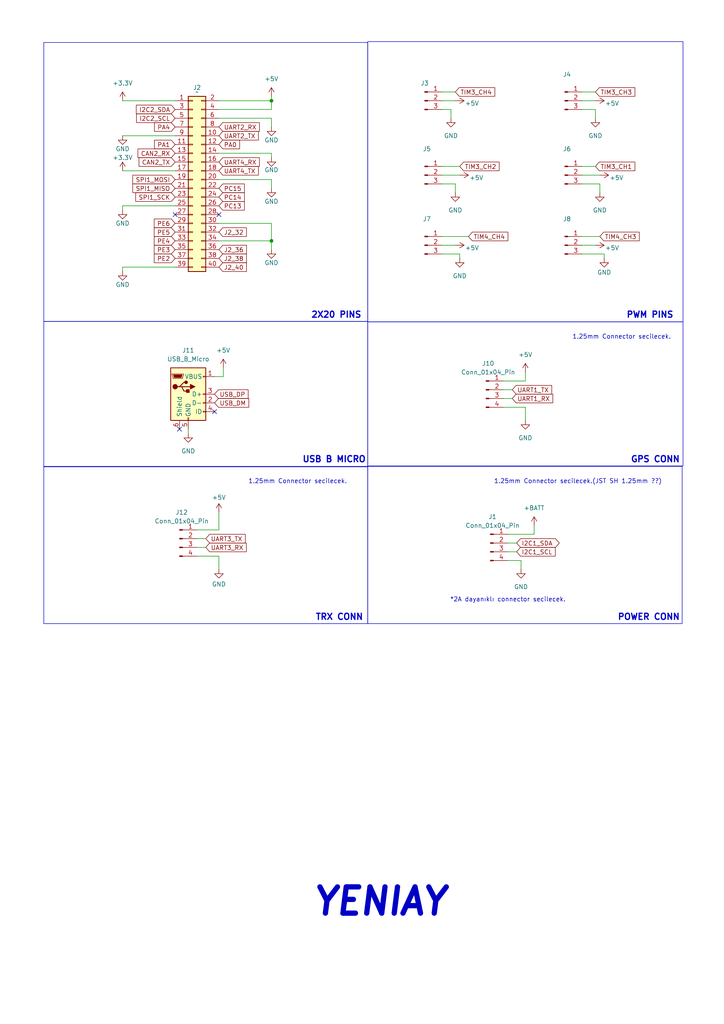
<source format=kicad_sch>
(kicad_sch (version 20231120) (generator "eeschema") (generator_version "8.0")
  (paper "A4" portrait)
  (title_block (title "Pin Output") (date "2024-12-27"))
  (lib_symbols
    (symbol "Connector:Conn_01x03_Pin" (pin_names (offset 1.016) hide)
      (property "Reference" "J" (at 0 5.08 0))
      (property "Value" "Conn_01x03_Pin" (at 0 -5.08 0))
      (symbol "Conn_01x03_Pin_1_1"
        (polyline (pts (xy 1.27 -2.54) (xy 0.8636 -2.54)) (stroke (width 0.1524)))
        (polyline (pts (xy 1.27 0) (xy 0.8636 0)) (stroke (width 0.1524)))
        (polyline (pts (xy 1.27 2.54) (xy 0.8636 2.54)) (stroke (width 0.1524)))
        (rectangle (start 0.8636 -2.413) (end 0 -2.667) (stroke (width 0.1524)) (fill (type outline)))
        (rectangle (start 0.8636 0.127) (end 0 -0.127) (stroke (width 0.1524)) (fill (type outline)))
        (rectangle (start 0.8636 2.667) (end 0 2.413) (stroke (width 0.1524)) (fill (type outline)))
        (pin passive line (at 5.08 2.54 180) (length 3.81) (name "Pin_1") (number "1"))
        (pin passive line (at 5.08 0 180) (length 3.81) (name "Pin_2") (number "2"))
        (pin passive line (at 5.08 -2.54 180) (length 3.81) (name "Pin_3") (number "3"))
      )
    )
    (symbol "Connector:Conn_01x04_Pin" (pin_names (offset 1.016) hide)
      (property "Reference" "J" (at 0 5.08 0))
      (property "Value" "Conn_01x04_Pin" (at 0 -7.62 0))
      (symbol "Conn_01x04_Pin_1_1"
        (polyline (pts (xy 1.27 -5.08) (xy 0.8636 -5.08)) (stroke (width 0.1524)))
        (polyline (pts (xy 1.27 -2.54) (xy 0.8636 -2.54)) (stroke (width 0.1524)))
        (polyline (pts (xy 1.27 0) (xy 0.8636 0)) (stroke (width 0.1524)))
        (polyline (pts (xy 1.27 2.54) (xy 0.8636 2.54)) (stroke (width 0.1524)))
        (rectangle (start 0.8636 -4.953) (end 0 -5.207) (stroke (width 0.1524)) (fill (type outline)))
        (rectangle (start 0.8636 -2.413) (end 0 -2.667) (stroke (width 0.1524)) (fill (type outline)))
        (rectangle (start 0.8636 0.127) (end 0 -0.127) (stroke (width 0.1524)) (fill (type outline)))
        (rectangle (start 0.8636 2.667) (end 0 2.413) (stroke (width 0.1524)) (fill (type outline)))
        (pin passive line (at 5.08 2.54 180) (length 3.81) (name "Pin_1") (number "1"))
        (pin passive line (at 5.08 0 180) (length 3.81) (name "Pin_2") (number "2"))
        (pin passive line (at 5.08 -2.54 180) (length 3.81) (name "Pin_3") (number "3"))
        (pin passive line (at 5.08 -5.08 180) (length 3.81) (name "Pin_4") (number "4"))
      )
    )
    (symbol "Connector:USB_B_Micro" (pin_names (offset 1.016))
      (property "Reference" "J" (at -5.08 11.43 0))
      (property "Value" "USB_B_Micro" (at -5.08 8.89 0))
      (symbol "USB_B_Micro_0_1"
        (rectangle (start -5.08 -7.62) (end 5.08 7.62) (stroke (width 0.254)) (fill (type background)))
        (circle (center -3.81 2.159) (radius 0.635) (stroke (width 0.254)) (fill (type outline)))
        (circle (center -0.635 3.429) (radius 0.381) (stroke (width 0.254)) (fill (type outline)))
        (rectangle (start -0.127 -7.62) (end 0.127 -6.858))
        (polyline (pts (xy -1.905 2.159) (xy 0.635 2.159)) (stroke (width 0.254)))
        (polyline (pts (xy -3.175 2.159) (xy -2.54 2.159) (xy -1.27 3.429) (xy -0.635 3.429)) (stroke (width 0.254)))
        (polyline (pts (xy -2.54 2.159) (xy -1.905 2.159) (xy -1.27 0.889) (xy 0 0.889)) (stroke (width 0.254)))
        (polyline (pts (xy 0.635 2.794) (xy 0.635 1.524) (xy 1.905 2.159) (xy 0.635 2.794)) (stroke (width 0.254)) (fill (type outline)))
        (polyline (pts (xy -4.318 5.588) (xy -1.778 5.588) (xy -2.032 4.826) (xy -4.064 4.826) (xy -4.318 5.588)) (fill (type outline)))
        (polyline (pts (xy -4.699 5.842) (xy -4.699 5.588) (xy -4.445 4.826) (xy -4.445 4.572) (xy -1.651 4.572) (xy -1.651 4.826) (xy -1.397 5.588) (xy -1.397 5.842) (xy -4.699 5.842)))
        (rectangle (start 0.254 1.27) (end -0.508 0.508) (stroke (width 0.254)) (fill (type outline)))
        (rectangle (start 5.08 -5.207) (end 4.318 -4.953))
        (rectangle (start 5.08 -2.667) (end 4.318 -2.413))
        (rectangle (start 5.08 -0.127) (end 4.318 0.127))
        (rectangle (start 5.08 4.953) (end 4.318 5.207))
      )
      (symbol "USB_B_Micro_1_1"
        (pin power_out line (at 7.62 5.08 180) (length 2.54) (name "VBUS") (number "1"))
        (pin bidirectional line (at 7.62 -2.54 180) (length 2.54) (name "D-") (number "2"))
        (pin bidirectional line (at 7.62 0 180) (length 2.54) (name "D+") (number "3"))
        (pin passive line (at 7.62 -5.08 180) (length 2.54) (name "ID") (number "4"))
        (pin power_out line (at 0 -10.16 90) (length 2.54) (name "GND") (number "5"))
        (pin passive line (at -2.54 -10.16 90) (length 2.54) (name "Shield") (number "6"))
      )
    )
    (symbol "Connector_Generic:Conn_02x20_Odd_Even" (pin_names (offset 1.016) hide)
      (property "Reference" "J" (at 1.27 25.4 0))
      (property "Value" "Conn_02x20_Odd_Even" (at 1.27 -27.94 0))
      (symbol "Conn_02x20_Odd_Even_1_1"
        (rectangle (start -1.27 -25.273) (end 0 -25.527) (stroke (width 0.1524)))
        (rectangle (start -1.27 -22.733) (end 0 -22.987) (stroke (width 0.1524)))
        (rectangle (start -1.27 -20.193) (end 0 -20.447) (stroke (width 0.1524)))
        (rectangle (start -1.27 -17.653) (end 0 -17.907) (stroke (width 0.1524)))
        (rectangle (start -1.27 -15.113) (end 0 -15.367) (stroke (width 0.1524)))
        (rectangle (start -1.27 -12.573) (end 0 -12.827) (stroke (width 0.1524)))
        (rectangle (start -1.27 -10.033) (end 0 -10.287) (stroke (width 0.1524)))
        (rectangle (start -1.27 -7.493) (end 0 -7.747) (stroke (width 0.1524)))
        (rectangle (start -1.27 -4.953) (end 0 -5.207) (stroke (width 0.1524)))
        (rectangle (start -1.27 -2.413) (end 0 -2.667) (stroke (width 0.1524)))
        (rectangle (start -1.27 0.127) (end 0 -0.127) (stroke (width 0.1524)))
        (rectangle (start -1.27 2.667) (end 0 2.413) (stroke (width 0.1524)))
        (rectangle (start -1.27 5.207) (end 0 4.953) (stroke (width 0.1524)))
        (rectangle (start -1.27 7.747) (end 0 7.493) (stroke (width 0.1524)))
        (rectangle (start -1.27 10.287) (end 0 10.033) (stroke (width 0.1524)))
        (rectangle (start -1.27 12.827) (end 0 12.573) (stroke (width 0.1524)))
        (rectangle (start -1.27 15.367) (end 0 15.113) (stroke (width 0.1524)))
        (rectangle (start -1.27 17.907) (end 0 17.653) (stroke (width 0.1524)))
        (rectangle (start -1.27 20.447) (end 0 20.193) (stroke (width 0.1524)))
        (rectangle (start -1.27 22.987) (end 0 22.733) (stroke (width 0.1524)))
        (rectangle (start -1.27 24.13) (end 3.81 -26.67) (stroke (width 0.254)) (fill (type background)))
        (rectangle (start 3.81 -25.273) (end 2.54 -25.527) (stroke (width 0.1524)))
        (rectangle (start 3.81 -22.733) (end 2.54 -22.987) (stroke (width 0.1524)))
        (rectangle (start 3.81 -20.193) (end 2.54 -20.447) (stroke (width 0.1524)))
        (rectangle (start 3.81 -17.653) (end 2.54 -17.907) (stroke (width 0.1524)))
        (rectangle (start 3.81 -15.113) (end 2.54 -15.367) (stroke (width 0.1524)))
        (rectangle (start 3.81 -12.573) (end 2.54 -12.827) (stroke (width 0.1524)))
        (rectangle (start 3.81 -10.033) (end 2.54 -10.287) (stroke (width 0.1524)))
        (rectangle (start 3.81 -7.493) (end 2.54 -7.747) (stroke (width 0.1524)))
        (rectangle (start 3.81 -4.953) (end 2.54 -5.207) (stroke (width 0.1524)))
        (rectangle (start 3.81 -2.413) (end 2.54 -2.667) (stroke (width 0.1524)))
        (rectangle (start 3.81 0.127) (end 2.54 -0.127) (stroke (width 0.1524)))
        (rectangle (start 3.81 2.667) (end 2.54 2.413) (stroke (width 0.1524)))
        (rectangle (start 3.81 5.207) (end 2.54 4.953) (stroke (width 0.1524)))
        (rectangle (start 3.81 7.747) (end 2.54 7.493) (stroke (width 0.1524)))
        (rectangle (start 3.81 10.287) (end 2.54 10.033) (stroke (width 0.1524)))
        (rectangle (start 3.81 12.827) (end 2.54 12.573) (stroke (width 0.1524)))
        (rectangle (start 3.81 15.367) (end 2.54 15.113) (stroke (width 0.1524)))
        (rectangle (start 3.81 17.907) (end 2.54 17.653) (stroke (width 0.1524)))
        (rectangle (start 3.81 20.447) (end 2.54 20.193) (stroke (width 0.1524)))
        (rectangle (start 3.81 22.987) (end 2.54 22.733) (stroke (width 0.1524)))
        (pin passive line (at -5.08 22.86 0) (length 3.81) (name "Pin_1") (number "1"))
        (pin passive line (at 7.62 12.7 180) (length 3.81) (name "Pin_10") (number "10"))
        (pin passive line (at -5.08 10.16 0) (length 3.81) (name "Pin_11") (number "11"))
        (pin passive line (at 7.62 10.16 180) (length 3.81) (name "Pin_12") (number "12"))
        (pin passive line (at -5.08 7.62 0) (length 3.81) (name "Pin_13") (number "13"))
        (pin passive line (at 7.62 7.62 180) (length 3.81) (name "Pin_14") (number "14"))
        (pin passive line (at -5.08 5.08 0) (length 3.81) (name "Pin_15") (number "15"))
        (pin passive line (at 7.62 5.08 180) (length 3.81) (name "Pin_16") (number "16"))
        (pin passive line (at -5.08 2.54 0) (length 3.81) (name "Pin_17") (number "17"))
        (pin passive line (at 7.62 2.54 180) (length 3.81) (name "Pin_18") (number "18"))
        (pin passive line (at -5.08 0 0) (length 3.81) (name "Pin_19") (number "19"))
        (pin passive line (at 7.62 22.86 180) (length 3.81) (name "Pin_2") (number "2"))
        (pin passive line (at 7.62 0 180) (length 3.81) (name "Pin_20") (number "20"))
        (pin passive line (at -5.08 -2.54 0) (length 3.81) (name "Pin_21") (number "21"))
        (pin passive line (at 7.62 -2.54 180) (length 3.81) (name "Pin_22") (number "22"))
        (pin passive line (at -5.08 -5.08 0) (length 3.81) (name "Pin_23") (number "23"))
        (pin passive line (at 7.62 -5.08 180) (length 3.81) (name "Pin_24") (number "24"))
        (pin passive line (at -5.08 -7.62 0) (length 3.81) (name "Pin_25") (number "25"))
        (pin passive line (at 7.62 -7.62 180) (length 3.81) (name "Pin_26") (number "26"))
        (pin passive line (at -5.08 -10.16 0) (length 3.81) (name "Pin_27") (number "27"))
        (pin passive line (at 7.62 -10.16 180) (length 3.81) (name "Pin_28") (number "28"))
        (pin passive line (at -5.08 -12.7 0) (length 3.81) (name "Pin_29") (number "29"))
        (pin passive line (at -5.08 20.32 0) (length 3.81) (name "Pin_3") (number "3"))
        (pin passive line (at 7.62 -12.7 180) (length 3.81) (name "Pin_30") (number "30"))
        (pin passive line (at -5.08 -15.24 0) (length 3.81) (name "Pin_31") (number "31"))
        (pin passive line (at 7.62 -15.24 180) (length 3.81) (name "Pin_32") (number "32"))
        (pin passive line (at -5.08 -17.78 0) (length 3.81) (name "Pin_33") (number "33"))
        (pin passive line (at 7.62 -17.78 180) (length 3.81) (name "Pin_34") (number "34"))
        (pin passive line (at -5.08 -20.32 0) (length 3.81) (name "Pin_35") (number "35"))
        (pin passive line (at 7.62 -20.32 180) (length 3.81) (name "Pin_36") (number "36"))
        (pin passive line (at -5.08 -22.86 0) (length 3.81) (name "Pin_37") (number "37"))
        (pin passive line (at 7.62 -22.86 180) (length 3.81) (name "Pin_38") (number "38"))
        (pin passive line (at -5.08 -25.4 0) (length 3.81) (name "Pin_39") (number "39"))
        (pin passive line (at 7.62 20.32 180) (length 3.81) (name "Pin_4") (number "4"))
        (pin passive line (at 7.62 -25.4 180) (length 3.81) (name "Pin_40") (number "40"))
        (pin passive line (at -5.08 17.78 0) (length 3.81) (name "Pin_5") (number "5"))
        (pin passive line (at 7.62 17.78 180) (length 3.81) (name "Pin_6") (number "6"))
        (pin passive line (at -5.08 15.24 0) (length 3.81) (name "Pin_7") (number "7"))
        (pin passive line (at 7.62 15.24 180) (length 3.81) (name "Pin_8") (number "8"))
        (pin passive line (at -5.08 12.7 0) (length 3.81) (name "Pin_9") (number "9"))
      )
    )
    (symbol "power:+3.3V" (power) (pin_numbers hide) (pin_names (offset 0) hide)
      (property "Value" "+3.3V" (at 0 3.556 0))
      (symbol "+3.3V_0_1"
        (polyline (pts (xy -0.762 1.27) (xy 0 2.54)))
        (polyline (pts (xy 0 0) (xy 0 2.54)))
        (polyline (pts (xy 0 2.54) (xy 0.762 1.27)))
      )
      (symbol "+3.3V_1_1"
        (pin power_in line (at 0 0 90) (length 0) (name "~") (number "1"))
      )
    )
    (symbol "power:+5V" (power) (pin_numbers hide) (pin_names (offset 0) hide)
      (property "Value" "+5V" (at 0 3.556 0))
      (symbol "+5V_0_1"
        (polyline (pts (xy -0.762 1.27) (xy 0 2.54)))
        (polyline (pts (xy 0 0) (xy 0 2.54)))
        (polyline (pts (xy 0 2.54) (xy 0.762 1.27)))
      )
      (symbol "+5V_1_1"
        (pin power_in line (at 0 0 90) (length 0) (name "~") (number "1"))
      )
    )
    (symbol "power:+BATT" (power) (pin_numbers hide) (pin_names (offset 0) hide)
      (property "Value" "+BATT" (at 0 3.556 0))
      (symbol "+BATT_0_1"
        (polyline (pts (xy -0.762 1.27) (xy 0 2.54)))
        (polyline (pts (xy 0 0) (xy 0 2.54)))
        (polyline (pts (xy 0 2.54) (xy 0.762 1.27)))
      )
      (symbol "+BATT_1_1"
        (pin power_in line (at 0 0 90) (length 0) (name "~") (number "1"))
      )
    )
    (symbol "power:GND" (power) (pin_numbers hide) (pin_names (offset 0) hide)
      (property "Value" "GND" (at 0 -3.81 0))
      (symbol "GND_0_1"
        (polyline (pts (xy 0 0) (xy 0 -1.27) (xy 1.27 -1.27) (xy 0 -2.54) (xy -1.27 -1.27) (xy 0 -1.27)))
      )
      (symbol "GND_1_1"
        (pin power_in line (at 0 0 270) (length 0) (name "~") (number "1"))
      )
    )
  )
  (junction (at 78.74 69.85))
  (junction (at 78.74 29.21))
  (no_connect (at 50.8 62.23))
  (no_connect (at 62.23 119.38))
  (no_connect (at 63.5 62.23))
  (no_connect (at 52.07 124.46))
  (wire (pts (xy 147.32 154.94) (xy 154.94 154.94)))
  (wire (pts (xy 128.27 26.67) (xy 132.08 26.67)))
  (wire (pts (xy 173.99 55.88) (xy 173.99 53.34)))
  (wire (pts (xy 57.15 161.29) (xy 63.5 161.29)))
  (wire (pts (xy 168.91 68.58) (xy 173.99 68.58)))
  (wire (pts (xy 146.05 115.57) (xy 148.59 115.57)))
  (wire (pts (xy 35.56 77.47) (xy 50.8 77.47)))
  (wire (pts (xy 147.32 160.02) (xy 149.86 160.02)))
  (wire (pts (xy 78.74 36.83) (xy 78.74 34.29)))
  (wire (pts (xy 175.26 73.66) (xy 175.26 74.93)))
  (wire (pts (xy 151.13 162.56) (xy 147.32 162.56)))
  (wire (pts (xy 57.15 153.67) (xy 63.5 153.67)))
  (wire (pts (xy 152.4 107.95) (xy 152.4 110.49)))
  (wire (pts (xy 133.35 73.66) (xy 133.35 74.93)))
  (wire (pts (xy 132.08 53.34) (xy 132.08 55.88)))
  (wire (pts (xy 50.8 39.37) (xy 35.56 39.37)))
  (wire (pts (xy 78.74 29.21) (xy 78.74 27.94)))
  (wire (pts (xy 50.8 29.21) (xy 35.56 29.21)))
  (wire (pts (xy 59.69 156.21) (xy 57.15 156.21)))
  (wire (pts (xy 168.91 71.12) (xy 172.72 71.12)))
  (wire (pts (xy 64.77 109.22) (xy 64.77 106.68)))
  (wire (pts (xy 78.74 69.85) (xy 78.74 72.39)))
  (wire (pts (xy 168.91 29.21) (xy 172.72 29.21)))
  (wire (pts (xy 172.72 31.75) (xy 172.72 34.29)))
  (wire (pts (xy 168.91 73.66) (xy 175.26 73.66)))
  (wire (pts (xy 35.56 59.69) (xy 35.56 60.96)))
  (wire (pts (xy 63.5 29.21) (xy 78.74 29.21)))
  (wire (pts (xy 78.74 44.45) (xy 78.74 45.72)))
  (wire (pts (xy 63.5 44.45) (xy 78.74 44.45)))
  (wire (pts (xy 154.94 152.4) (xy 154.94 154.94)))
  (wire (pts (xy 128.27 50.8) (xy 133.35 50.8)))
  (wire (pts (xy 168.91 26.67) (xy 172.72 26.67)))
  (wire (pts (xy 168.91 31.75) (xy 172.72 31.75)))
  (wire (pts (xy 128.27 68.58) (xy 135.89 68.58)))
  (wire (pts (xy 151.13 165.1) (xy 151.13 162.56)))
  (wire (pts (xy 128.27 48.26) (xy 133.35 48.26)))
  (wire (pts (xy 152.4 118.11) (xy 152.4 121.92)))
  (wire (pts (xy 128.27 53.34) (xy 132.08 53.34)))
  (wire (pts (xy 59.69 158.75) (xy 57.15 158.75)))
  (wire (pts (xy 63.5 153.67) (xy 63.5 148.59)))
  (wire (pts (xy 78.74 64.77) (xy 78.74 69.85)))
  (wire (pts (xy 35.56 77.47) (xy 35.56 78.74)))
  (wire (pts (xy 63.5 52.07) (xy 78.74 52.07)))
  (wire (pts (xy 63.5 34.29) (xy 78.74 34.29)))
  (wire (pts (xy 147.32 157.48) (xy 149.86 157.48)))
  (wire (pts (xy 62.23 109.22) (xy 64.77 109.22)))
  (wire (pts (xy 173.99 53.34) (xy 168.91 53.34)))
  (wire (pts (xy 148.59 113.03) (xy 146.05 113.03)))
  (wire (pts (xy 63.5 31.75) (xy 78.74 31.75)))
  (wire (pts (xy 128.27 71.12) (xy 132.08 71.12)))
  (wire (pts (xy 50.8 59.69) (xy 35.56 59.69)))
  (wire (pts (xy 130.81 31.75) (xy 130.81 34.29)))
  (wire (pts (xy 128.27 73.66) (xy 133.35 73.66)))
  (wire (pts (xy 78.74 52.07) (xy 78.74 54.61)))
  (wire (pts (xy 168.91 48.26) (xy 172.72 48.26)))
  (wire (pts (xy 78.74 31.75) (xy 78.74 29.21)))
  (wire (pts (xy 63.5 69.85) (xy 78.74 69.85)))
  (wire (pts (xy 63.5 161.29) (xy 63.5 165.1)))
  (wire (pts (xy 128.27 31.75) (xy 130.81 31.75)))
  (wire (pts (xy 63.5 64.77) (xy 78.74 64.77)))
  (wire (pts (xy 146.05 118.11) (xy 152.4 118.11)))
  (wire (pts (xy 54.61 124.46) (xy 54.61 125.73)))
  (wire (pts (xy 168.91 50.8) (xy 173.99 50.8)))
  (wire (pts (xy 146.05 110.49) (xy 152.4 110.49)))
  (wire (pts (xy 50.8 49.53) (xy 35.56 49.53)))
  (wire (pts (xy 128.27 29.21) (xy 132.08 29.21)))
  (rectangle (start 106.68 135.255) (end 197.866 180.848))
  (rectangle (start 12.7 135.255) (end 106.68 180.848))
  (rectangle (start 106.68 12.065) (end 198.12 93.345))
  (rectangle (start 12.7 93.218) (end 106.68 135.382))
  (rectangle (start 106.68 93.345) (end 198.12 135.128))
  (rectangle (start 12.7 12.319) (end 106.68 93.218))
  (text "YENIAY" (at 90.17 261.62 0) (effects (font (size 7.62 7.62) (thickness 1.524) (bold yes) (italic yes)) (justify left)))
  (text "POWER CONN" (at 179.07 179.07 0) (effects (font (size 1.778 1.778) (thickness 0.3556) (bold yes)) (justify left)))
  (text "PWM PINS" (at 181.61 91.44 0) (effects (font (size 1.778 1.778) (thickness 0.3556) (bold yes)) (justify left)))
  (text "GPS CONN" (at 182.88 133.35 0) (effects (font (size 1.778 1.778) (thickness 0.3556) (bold yes)) (justify left)))
  (text "1.25mm Connector secilecek." (at 180.34 97.79 0) (effects (font (size 1.27 1.27))))
  (text "*2A dayanıklı connector secilecek." (at 147.32 173.99 0) (effects (font (size 1.27 1.27))))
  (text "TRX CONN" (at 91.44 179.07 0) (effects (font (size 1.778 1.778) (thickness 0.3556) (bold yes)) (justify left)))
  (text "2X20 PINS" (at 90.17 91.44 0) (effects (font (size 1.778 1.778) (thickness 0.3556) (bold yes)) (justify left)))
  (text "1.25mm Connector secilecek." (at 86.36 139.7 0) (effects (font (size 1.27 1.27))))
  (text "1.25mm Connector secilecek.(JST SH 1.25mm ??)" (at 167.64 139.7 0) (effects (font (size 1.27 1.27))))
  (text "USB B MICRO" (at 87.63 133.35 0) (effects (font (size 1.778 1.778) (thickness 0.3556) (bold yes)) (justify left)))
  (global_label "PE6" (shape input) (at 50.8 64.77 180) (property "Intersheetrefs" "${INTERSHEET_REFS}" (effects (hide yes))))
  (global_label "UART1_RX" (shape input) (at 148.59 115.57 0) (property "Intersheetrefs" "${INTERSHEET_REFS}" (effects (hide yes))))
  (global_label "PA4" (shape input) (at 50.8 36.83 180) (property "Intersheetrefs" "${INTERSHEET_REFS}" (effects (hide yes))))
  (global_label "CAN2_RX" (shape input) (at 50.8 44.45 180) (property "Intersheetrefs" "${INTERSHEET_REFS}" (effects (hide yes))))
  (global_label "UART2_RX" (shape input) (at 63.5 36.83 0) (property "Intersheetrefs" "${INTERSHEET_REFS}" (effects (hide yes))))
  (global_label "TIM3_CH2" (shape input) (at 133.35 48.26 0) (property "Intersheetrefs" "${INTERSHEET_REFS}" (effects (hide yes))))
  (global_label "I2C1_SDA" (shape bidirectional) (at 149.86 157.48 0) (property "Intersheetrefs" "${INTERSHEET_REFS}" (effects (hide yes))))
  (global_label "J2_36" (shape input) (at 63.5 72.39 0) (property "Intersheetrefs" "${INTERSHEET_REFS}" (effects (hide yes))))
  (global_label "I2C1_SCL" (shape input) (at 149.86 160.02 0) (property "Intersheetrefs" "${INTERSHEET_REFS}" (effects (hide yes))))
  (global_label "PA1" (shape input) (at 50.8 41.91 180) (property "Intersheetrefs" "${INTERSHEET_REFS}" (effects (hide yes))))
  (global_label "SPI1_MISO" (shape input) (at 50.8 54.61 180) (property "Intersheetrefs" "${INTERSHEET_REFS}" (effects (hide yes))))
  (global_label "UART4_TX" (shape input) (at 63.5 49.53 0) (property "Intersheetrefs" "${INTERSHEET_REFS}" (effects (hide yes))))
  (global_label "PA0" (shape input) (at 63.5 41.91 0) (property "Intersheetrefs" "${INTERSHEET_REFS}" (effects (hide yes))))
  (global_label "UART1_TX" (shape input) (at 148.59 113.03 0) (property "Intersheetrefs" "${INTERSHEET_REFS}" (effects (hide yes))))
  (global_label "PC15" (shape input) (at 63.5 54.61 0) (property "Intersheetrefs" "${INTERSHEET_REFS}" (effects (hide yes))))
  (global_label "PC13" (shape input) (at 63.5 59.69 0) (property "Intersheetrefs" "${INTERSHEET_REFS}" (effects (hide yes))))
  (global_label "SPI1_SCK" (shape input) (at 50.8 57.15 180) (property "Intersheetrefs" "${INTERSHEET_REFS}" (effects (hide yes))))
  (global_label "J2_38" (shape input) (at 63.5 74.93 0) (property "Intersheetrefs" "${INTERSHEET_REFS}" (effects (hide yes))))
  (global_label "UART4_RX" (shape input) (at 63.5 46.99 0) (property "Intersheetrefs" "${INTERSHEET_REFS}" (effects (hide yes))))
  (global_label "PE4" (shape input) (at 50.8 69.85 180) (property "Intersheetrefs" "${INTERSHEET_REFS}" (effects (hide yes))))
  (global_label "J2_40" (shape input) (at 63.5 77.47 0) (property "Intersheetrefs" "${INTERSHEET_REFS}" (effects (hide yes))))
  (global_label "SPI1_MOSI" (shape input) (at 50.8 52.07 180) (property "Intersheetrefs" "${INTERSHEET_REFS}" (effects (hide yes))))
  (global_label "TIM3_CH1" (shape input) (at 172.72 48.26 0) (property "Intersheetrefs" "${INTERSHEET_REFS}" (effects (hide yes))))
  (global_label "TIM3_CH4" (shape input) (at 132.08 26.67 0) (property "Intersheetrefs" "${INTERSHEET_REFS}" (effects (hide yes))))
  (global_label "UART3_TX" (shape input) (at 59.69 156.21 0) (property "Intersheetrefs" "${INTERSHEET_REFS}" (effects (hide yes))))
  (global_label "I2C2_SDA" (shape input) (at 50.8 31.75 180) (property "Intersheetrefs" "${INTERSHEET_REFS}" (effects (hide yes))))
  (global_label "PE2" (shape input) (at 50.8 74.93 180) (property "Intersheetrefs" "${INTERSHEET_REFS}" (effects (hide yes))))
  (global_label "PC14" (shape input) (at 63.5 57.15 0) (property "Intersheetrefs" "${INTERSHEET_REFS}" (effects (hide yes))))
  (global_label "CAN2_TX" (shape input) (at 50.8 46.99 180) (property "Intersheetrefs" "${INTERSHEET_REFS}" (effects (hide yes))))
  (global_label "I2C2_SCL" (shape input) (at 50.8 34.29 180) (property "Intersheetrefs" "${INTERSHEET_REFS}" (effects (hide yes))))
  (global_label "TIM4_CH4" (shape input) (at 135.89 68.58 0) (property "Intersheetrefs" "${INTERSHEET_REFS}" (effects (hide yes))))
  (global_label "PE5" (shape input) (at 50.8 67.31 180) (property "Intersheetrefs" "${INTERSHEET_REFS}" (effects (hide yes))))
  (global_label "USB_DM" (shape input) (at 62.23 116.84 0) (property "Intersheetrefs" "${INTERSHEET_REFS}" (effects (hide yes))))
  (global_label "PE3" (shape input) (at 50.8 72.39 180) (property "Intersheetrefs" "${INTERSHEET_REFS}" (effects (hide yes))))
  (global_label "UART3_RX" (shape input) (at 59.69 158.75 0) (property "Intersheetrefs" "${INTERSHEET_REFS}" (effects (hide yes))))
  (global_label "TIM4_CH3" (shape input) (at 173.99 68.58 0) (property "Intersheetrefs" "${INTERSHEET_REFS}" (effects (hide yes))))
  (global_label "TIM3_CH3" (shape input) (at 172.72 26.67 0) (property "Intersheetrefs" "${INTERSHEET_REFS}" (effects (hide yes))))
  (global_label "UART2_TX" (shape input) (at 63.5 39.37 0) (property "Intersheetrefs" "${INTERSHEET_REFS}" (effects (hide yes))))
  (global_label "J2_32" (shape input) (at 63.5 67.31 0) (property "Intersheetrefs" "${INTERSHEET_REFS}" (effects (hide yes))))
  (global_label "USB_DP" (shape input) (at 62.23 114.3 0) (property "Intersheetrefs" "${INTERSHEET_REFS}" (effects (hide yes))))
  (symbol (lib_id "power:GND") (at 78.74 36.83 0) (unit 1)
    (property "Reference" "#PWR045" (effects (hide yes)))
    (property "Value" "GND" (at 78.74 40.64 0))
    (property "Description" "Power symbol creates a global label with name \"GND\" , ground" (effects (hide yes)))
  )
  (symbol (lib_id "power:+5V") (at 172.72 71.12 270) (unit 1)
    (property "Reference" "#PWR053" (effects (hide yes)))
    (property "Value" "+5V" (at 175.514 71.882 90) (effects (justify left)))
    (property "Description" "Power symbol creates a global label with name \"+5V\"" (effects (hide yes)))
  )
  (symbol (lib_id "power:+5V") (at 63.5 148.59 0) (unit 1)
    (property "Reference" "#PWR073" (effects (hide yes)))
    (property "Value" "+5V" (at 63.5 144.272 0))
    (property "Description" "Power symbol creates a global label with name \"+5V\"" (effects (hide yes)))
  )
  (symbol (lib_id "power:GND") (at 172.72 34.29 0) (unit 1)
    (property "Reference" "#PWR064" (effects (hide yes)))
    (property "Value" "GND" (at 172.72 39.37 0))
    (property "Description" "Power symbol creates a global label with name \"GND\" , ground" (effects (hide yes)))
  )
  (symbol (lib_id "Connector:Conn_01x03_Pin") (at 123.19 71.12 0) (unit 1)
    (property "Reference" "J7" (at 123.825 63.5 0))
    (property "Value" "Conn_01x03_Pin" (effects (hide yes)))
    (property "Footprint" "Connector_PinHeader_2.54mm:PinHeader_1x03_P2.54mm_Vertical" (effects (hide yes)))
    (property "Description" "Generic connector, single row, 01x03, script generated" (effects (hide yes)))
  )
  (symbol (lib_id "power:+3.3V") (at 35.56 49.53 0) (unit 1)
    (property "Reference" "#PWR042" (effects (hide yes)))
    (property "Value" "+3.3V" (at 35.56 45.72 0))
    (property "Description" "Power symbol creates a global label with name \"+3.3V\"" (effects (hide yes)))
  )
  (symbol (lib_id "power:GND") (at 173.99 55.88 0) (unit 1)
    (property "Reference" "#PWR062" (effects (hide yes)))
    (property "Value" "GND" (at 173.99 60.96 0))
    (property "Description" "Power symbol creates a global label with name \"GND\" , ground" (effects (hide yes)))
  )
  (symbol (lib_id "power:GND") (at 133.35 74.93 0) (unit 1)
    (property "Reference" "#PWR059" (effects (hide yes)))
    (property "Value" "GND" (at 133.35 80.01 0))
    (property "Description" "Power symbol creates a global label with name \"GND\" , ground" (effects (hide yes)))
  )
  (symbol (lib_id "Connector_Generic:Conn_02x20_Odd_Even") (at 55.88 52.07 0) (unit 1)
    (property "Reference" "J2" (at 57.15 25.4 0))
    (property "Value" "~" (at 57.15 26.67 0))
    (property "Footprint" "Connector_IDC:IDC-Header_2x20_P2.54mm_Vertical" (effects (hide yes)))
    (property "Description" "Generic connector, double row, 02x20, odd/even pin numbering scheme (row 1 odd numbers, row 2 even numbers), script generated (kicad-library-utils/schlib/autogen/connector/)" (effects (hide yes)))
  )
  (symbol (lib_id "power:GND") (at 78.74 72.39 0) (unit 1)
    (property "Reference" "#PWR048" (effects (hide yes)))
    (property "Value" "GND" (at 78.74 76.2 0))
    (property "Description" "Power symbol creates a global label with name \"GND\" , ground" (effects (hide yes)))
  )
  (symbol (lib_id "Connector:Conn_01x03_Pin") (at 163.83 29.21 0) (unit 1)
    (property "Reference" "J4" (at 164.465 21.59 0))
    (property "Value" "Conn_01x03_Pin" (effects (hide yes)))
    (property "Footprint" "Connector_PinHeader_2.54mm:PinHeader_1x03_P2.54mm_Vertical" (effects (hide yes)))
    (property "Description" "Generic connector, single row, 01x03, script generated" (effects (hide yes)))
  )
  (symbol (lib_id "power:GND") (at 175.26 74.93 0) (unit 1)
    (property "Reference" "#PWR060" (effects (hide yes)))
    (property "Value" "GND" (at 175.26 78.994 0))
    (property "Description" "Power symbol creates a global label with name \"GND\" , ground" (effects (hide yes)))
  )
  (symbol (lib_id "Connector:Conn_01x03_Pin") (at 123.19 50.8 0) (unit 1)
    (property "Reference" "J5" (at 123.825 43.18 0))
    (property "Value" "Conn_01x03_Pin" (effects (hide yes)))
    (property "Footprint" "Connector_PinHeader_2.54mm:PinHeader_1x03_P2.54mm_Vertical" (effects (hide yes)))
    (property "Description" "Generic connector, single row, 01x03, script generated" (effects (hide yes)))
  )
  (symbol (lib_id "power:GND") (at 63.5 165.1 0) (unit 1)
    (property "Reference" "#PWR086" (effects (hide yes)))
    (property "Value" "GND" (at 63.5 169.418 0))
    (property "Description" "Power symbol creates a global label with name \"GND\" , ground" (effects (hide yes)))
  )
  (symbol (lib_id "power:GND") (at 151.13 165.1 0) (unit 1)
    (property "Reference" "#PWR026" (effects (hide yes)))
    (property "Value" "GND" (at 151.13 170.18 0))
    (property "Description" "Power symbol creates a global label with name \"GND\" , ground" (effects (hide yes)))
  )
  (symbol (lib_id "power:+5V") (at 173.99 50.8 270) (unit 1)
    (property "Reference" "#PWR056" (effects (hide yes)))
    (property "Value" "+5V" (at 176.784 51.562 90) (effects (justify left)))
    (property "Description" "Power symbol creates a global label with name \"+5V\"" (effects (hide yes)))
  )
  (symbol (lib_id "power:+5V") (at 78.74 27.94 0) (unit 1)
    (property "Reference" "#PWR044" (effects (hide yes)))
    (property "Value" "+5V" (at 78.74 22.86 0))
    (property "Description" "Power symbol creates a global label with name \"+5V\"" (effects (hide yes)))
  )
  (symbol (lib_id "power:GND") (at 35.56 39.37 0) (unit 1)
    (property "Reference" "#PWR050" (effects (hide yes)))
    (property "Value" "GND" (at 35.56 43.18 0))
    (property "Description" "Power symbol creates a global label with name \"GND\" , ground" (effects (hide yes)))
  )
  (symbol (lib_id "Connector:USB_B_Micro") (at 54.61 114.3 0) (unit 1)
    (property "Reference" "J11" (at 54.61 101.6 0))
    (property "Value" "USB_B_Micro" (at 54.61 104.14 0))
    (property "Footprint" "Connector_USB:USB_Micro-B_Wuerth_629105150521" (effects (hide yes)))
    (property "Description" "USB Micro Type B connector" (effects (hide yes)))
  )
  (symbol (lib_id "power:+5V") (at 132.08 71.12 270) (unit 1)
    (property "Reference" "#PWR054" (effects (hide yes)))
    (property "Value" "+5V" (at 134.874 71.882 90) (effects (justify left)))
    (property "Description" "Power symbol creates a global label with name \"+5V\"" (effects (hide yes)))
  )
  (symbol (lib_id "power:GND") (at 35.56 78.74 0) (unit 1)
    (property "Reference" "#PWR043" (effects (hide yes)))
    (property "Value" "GND" (at 35.56 82.55 0))
    (property "Description" "Power symbol creates a global label with name \"GND\" , ground" (effects (hide yes)))
  )
  (symbol (lib_id "power:+5V") (at 133.35 50.8 270) (unit 1)
    (property "Reference" "#PWR055" (effects (hide yes)))
    (property "Value" "+5V" (at 136.144 51.562 90) (effects (justify left)))
    (property "Description" "Power symbol creates a global label with name \"+5V\"" (effects (hide yes)))
  )
  (symbol (lib_id "Connector:Conn_01x03_Pin") (at 163.83 71.12 0) (unit 1)
    (property "Reference" "J8" (at 164.465 63.5 0))
    (property "Value" "Conn_01x03_Pin" (effects (hide yes)))
    (property "Footprint" "Connector_PinHeader_2.54mm:PinHeader_1x03_P2.54mm_Vertical" (effects (hide yes)))
    (property "Description" "Generic connector, single row, 01x03, script generated" (effects (hide yes)))
  )
  (symbol (lib_id "power:GND") (at 54.61 125.73 0) (unit 1)
    (property "Reference" "#PWR065" (effects (hide yes)))
    (property "Value" "GND" (at 54.61 130.81 0))
    (property "Description" "Power symbol creates a global label with name \"GND\" , ground" (effects (hide yes)))
  )
  (symbol (lib_id "power:GND") (at 132.08 55.88 0) (unit 1)
    (property "Reference" "#PWR061" (effects (hide yes)))
    (property "Value" "GND" (at 132.08 60.96 0))
    (property "Description" "Power symbol creates a global label with name \"GND\" , ground" (effects (hide yes)))
  )
  (symbol (lib_id "power:GND") (at 78.74 54.61 0) (unit 1)
    (property "Reference" "#PWR047" (effects (hide yes)))
    (property "Value" "GND" (at 78.74 58.42 0))
    (property "Description" "Power symbol creates a global label with name \"GND\" , ground" (effects (hide yes)))
  )
  (symbol (lib_id "Connector:Conn_01x03_Pin") (at 123.19 29.21 0) (unit 1)
    (property "Reference" "J3" (at 123.19 24.13 0))
    (property "Value" "Conn_01x03_Pin" (effects (hide yes)))
    (property "Footprint" "Connector_PinHeader_2.54mm:PinHeader_1x03_P2.54mm_Vertical" (effects (hide yes)))
    (property "Description" "Generic connector, single row, 01x03, script generated" (effects (hide yes)))
  )
  (symbol (lib_id "power:+BATT") (at 154.94 152.4 0) (unit 1)
    (property "Reference" "#PWR0106" (effects (hide yes)))
    (property "Value" "+BATT" (at 154.94 147.32 0))
    (property "Description" "Power symbol creates a global label with name \"+BATT\"" (effects (hide yes)))
  )
  (symbol (lib_id "power:GND") (at 152.4 121.92 0) (unit 1)
    (property "Reference" "#PWR068" (effects (hide yes)))
    (property "Value" "GND" (at 152.4 127 0))
    (property "Description" "Power symbol creates a global label with name \"GND\" , ground" (effects (hide yes)))
  )
  (symbol (lib_id "Connector:Conn_01x04_Pin") (at 142.24 157.48 0) (unit 1)
    (property "Reference" "J1" (at 142.875 149.86 0))
    (property "Value" "Conn_01x04_Pin" (at 142.875 152.4 0))
    (property "Footprint" "Connector_Hirose:Hirose_DF13-04P-1.25DSA_1x04_P1.25mm_Vertical" (effects (hide yes)))
    (property "Description" "Generic connector, single row, 01x04, script generated" (effects (hide yes)))
  )
  (symbol (lib_id "power:+5V") (at 152.4 107.95 0) (unit 1)
    (property "Reference" "#PWR067" (effects (hide yes)))
    (property "Value" "+5V" (at 152.4 102.87 0))
    (property "Description" "Power symbol creates a global label with name \"+5V\"" (effects (hide yes)))
  )
  (symbol (lib_id "power:+5V") (at 172.72 29.21 270) (unit 1)
    (property "Reference" "#PWR057" (effects (hide yes)))
    (property "Value" "+5V" (at 175.514 29.972 90) (effects (justify left)))
    (property "Description" "Power symbol creates a global label with name \"+5V\"" (effects (hide yes)))
  )
  (symbol (lib_id "power:+3.3V") (at 35.56 29.21 0) (unit 1)
    (property "Reference" "#PWR041" (effects (hide yes)))
    (property "Value" "+3.3V" (at 35.56 24.13 0))
    (property "Description" "Power symbol creates a global label with name \"+3.3V\"" (effects (hide yes)))
  )
  (symbol (lib_id "power:GND") (at 35.56 60.96 0) (unit 1)
    (property "Reference" "#PWR049" (effects (hide yes)))
    (property "Value" "GND" (at 35.56 64.77 0))
    (property "Description" "Power symbol creates a global label with name \"GND\" , ground" (effects (hide yes)))
  )
  (symbol (lib_id "power:+5V") (at 132.08 29.21 270) (unit 1)
    (property "Reference" "#PWR058" (effects (hide yes)))
    (property "Value" "+5V" (at 134.874 29.972 90) (effects (justify left)))
    (property "Description" "Power symbol creates a global label with name \"+5V\"" (effects (hide yes)))
  )
  (symbol (lib_id "Connector:Conn_01x03_Pin") (at 163.83 50.8 0) (unit 1)
    (property "Reference" "J6" (at 164.465 43.18 0))
    (property "Value" "Conn_01x03_Pin" (effects (hide yes)))
    (property "Footprint" "Connector_PinHeader_2.54mm:PinHeader_1x03_P2.54mm_Vertical" (effects (hide yes)))
    (property "Description" "Generic connector, single row, 01x03, script generated" (effects (hide yes)))
  )
  (symbol (lib_id "Connector:Conn_01x04_Pin") (at 52.07 156.21 0) (unit 1)
    (property "Reference" "J12" (at 52.705 148.59 0))
    (property "Value" "Conn_01x04_Pin" (at 52.705 151.13 0))
    (property "Footprint" "Connector_Hirose:Hirose_DF13-04P-1.25DSA_1x04_P1.25mm_Vertical" (effects (hide yes)))
    (property "Description" "Generic connector, single row, 01x04, script generated" (effects (hide yes)))
  )
  (symbol (lib_id "Connector:Conn_01x04_Pin") (at 140.97 113.03 0) (unit 1)
    (property "Reference" "J10" (at 141.605 105.41 0))
    (property "Value" "Conn_01x04_Pin" (at 141.605 107.95 0))
    (property "Footprint" "Connector_Hirose:Hirose_DF13-04P-1.25DSA_1x04_P1.25mm_Vertical" (effects (hide yes)))
    (property "Description" "Generic connector, single row, 01x04, script generated" (effects (hide yes)))
  )
  (symbol (lib_id "power:+5V") (at 64.77 106.68 0) (unit 1)
    (property "Reference" "#PWR066" (effects (hide yes)))
    (property "Value" "+5V" (at 64.77 101.6 0))
    (property "Description" "Power symbol creates a global label with name \"+5V\"" (effects (hide yes)))
  )
  (symbol (lib_id "power:GND") (at 78.74 45.72 0) (unit 1)
    (property "Reference" "#PWR046" (effects (hide yes)))
    (property "Value" "GND" (at 78.74 49.276 0))
    (property "Description" "Power symbol creates a global label with name \"GND\" , ground" (effects (hide yes)))
  )
  (symbol (lib_id "power:GND") (at 130.81 34.29 0) (unit 1)
    (property "Reference" "#PWR063" (effects (hide yes)))
    (property "Value" "GND" (at 130.81 39.37 0))
    (property "Description" "Power symbol creates a global label with name \"GND\" , ground" (effects (hide yes)))
  )
)
</source>
